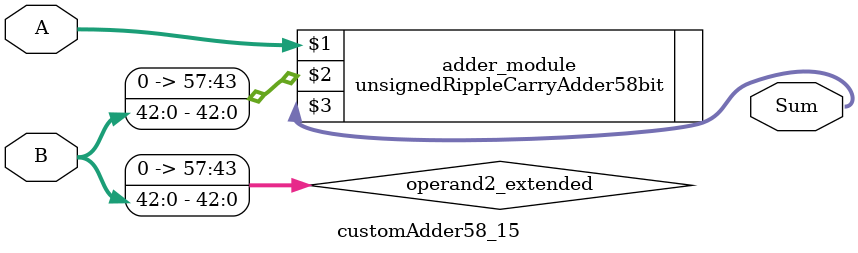
<source format=v>
module customAdder58_15(
                        input [57 : 0] A,
                        input [42 : 0] B,
                        
                        output [58 : 0] Sum
                );

        wire [57 : 0] operand2_extended;
        
        assign operand2_extended =  {15'b0, B};
        
        unsignedRippleCarryAdder58bit adder_module(
            A,
            operand2_extended,
            Sum
        );
        
        endmodule
        
</source>
